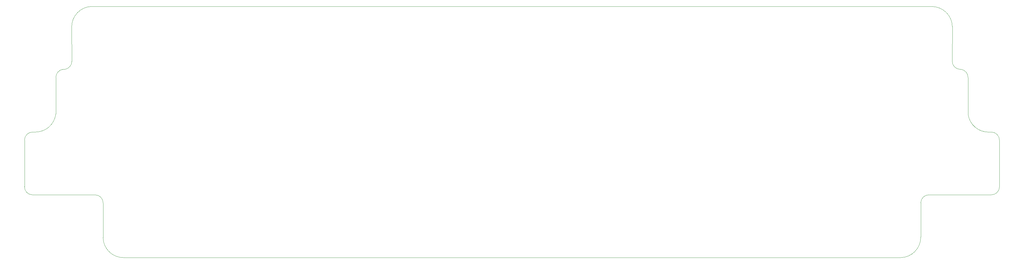
<source format=gbr>
G04 #@! TF.GenerationSoftware,KiCad,Pcbnew,(5.1.4)-1*
G04 #@! TF.CreationDate,2021-01-05T14:29:53-08:00*
G04 #@! TF.ProjectId,The-BKF-Ortho,5468652d-424b-4462-9d4f-7274686f2e6b,rev?*
G04 #@! TF.SameCoordinates,Original*
G04 #@! TF.FileFunction,Profile,NP*
%FSLAX46Y46*%
G04 Gerber Fmt 4.6, Leading zero omitted, Abs format (unit mm)*
G04 Created by KiCad (PCBNEW (5.1.4)-1) date 2021-01-05 14:29:53*
%MOMM*%
%LPD*%
G04 APERTURE LIST*
%ADD10C,0.050000*%
G04 APERTURE END LIST*
D10*
X11850741Y-99280878D02*
G75*
G02X5793740Y-104764840I-6142374J697272D01*
G01*
X11883379Y-88145688D02*
G75*
G02X14030960Y-85737700I2483013J-52831D01*
G01*
X16711099Y-83365329D02*
G75*
G02X14655800Y-85740680I-2502491J88448D01*
G01*
X14655800Y-85740240D02*
X14033500Y-85737700D01*
X11851640Y-99280980D02*
X11882120Y-88145620D01*
X294383543Y-104780691D02*
G75*
G02X288175700Y-99448620I-62169J6207384D01*
G01*
X286052260Y-85737700D02*
X285676340Y-85732620D01*
X295178480Y-123814840D02*
X276341840Y-123809760D01*
X283347160Y-83220560D02*
X283377640Y-72788780D01*
X5796280Y-104764840D02*
X4879340Y-104759760D01*
X2367280Y-121312940D02*
X2377440Y-107170220D01*
X23804880Y-123814840D02*
X4777740Y-123827540D01*
X288135060Y-88201500D02*
X288175700Y-99448620D01*
X297654980Y-107266740D02*
X297672760Y-121404380D01*
X294383460Y-104780080D02*
X295241980Y-104762300D01*
X16670020Y-72933560D02*
X16710660Y-83362800D01*
X26202640Y-126329440D02*
X26174700Y-136761220D01*
X273827240Y-126212600D02*
X273827240Y-136591040D01*
X277101300Y-66682620D02*
X22786340Y-66659760D01*
X297671797Y-121403883D02*
G75*
G02X295178480Y-123814840I-2462989J52402D01*
G01*
X295241540Y-104763159D02*
G75*
G02X297654980Y-107266740I-52459J-2465633D01*
G01*
X4778585Y-123826860D02*
G75*
G02X2367206Y-121312296I52420J2463765D01*
G01*
X2378298Y-107170715D02*
G75*
G02X4879340Y-104759760I2463094J-52404D01*
G01*
X23804872Y-123815342D02*
G75*
G02X26203080Y-126329591I-65591J-2463450D01*
G01*
X273827612Y-126212605D02*
G75*
G02X276341991Y-123809320I2463580J-60514D01*
G01*
X285676380Y-85731878D02*
G75*
G02X283346720Y-83220409I134139J2460670D01*
G01*
X286052153Y-85738372D02*
G75*
G02X288135060Y-88201500I-388072J-2440420D01*
G01*
X32448500Y-142867380D02*
X267721080Y-142862300D01*
X277102412Y-66682530D02*
G75*
G02X283377640Y-72788780I76214J-6199243D01*
G01*
X273827310Y-136591040D02*
G75*
G02X267721080Y-142862300I-6196683J-74786D01*
G01*
X32447373Y-142866056D02*
G75*
G02X26173575Y-136761220I-76199J6197829D01*
G01*
X16670075Y-72934990D02*
G75*
G02X22786340Y-66659760I6199098J76216D01*
G01*
M02*

</source>
